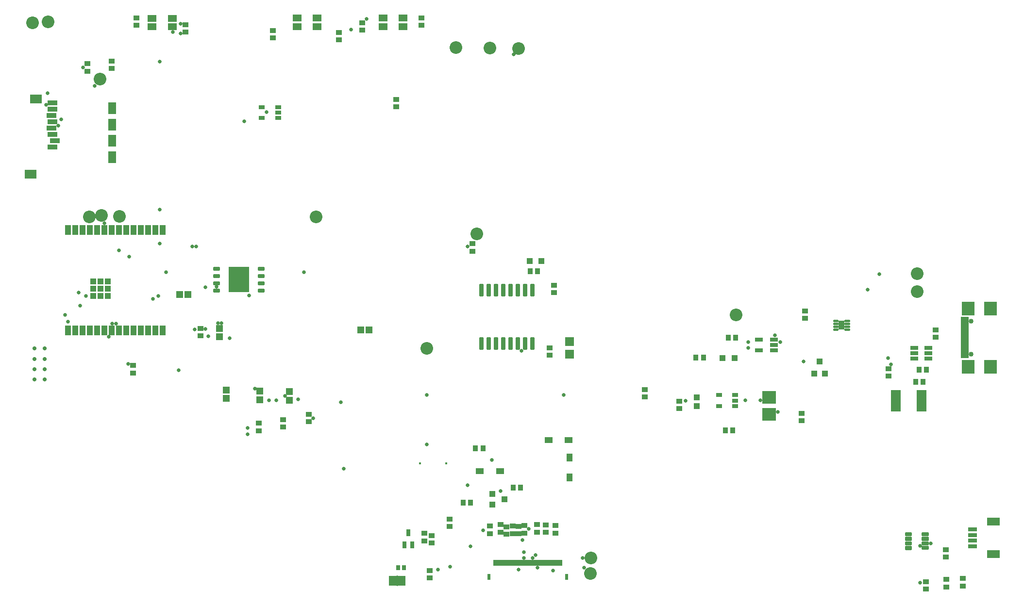
<source format=gbr>
G04 EAGLE Gerber RS-274X export*
G75*
%MOMM*%
%FSLAX34Y34*%
%LPD*%
%INSoldermask Top*%
%IPPOS*%
%AMOC8*
5,1,8,0,0,1.08239X$1,22.5*%
G01*
G04 Define Apertures*
%ADD10R,1.103200X0.903200*%
%ADD11R,2.403200X2.203200*%
%ADD12R,0.903200X1.103200*%
%ADD13R,1.603200X1.603200*%
%ADD14R,1.003200X1.003200*%
%ADD15R,1.353200X1.003200*%
%ADD16R,1.003200X1.103200*%
%ADD17R,1.403200X0.803200*%
%ADD18R,1.003200X1.353200*%
%ADD19R,1.173200X1.143200*%
%ADD20R,1.143200X1.173200*%
%ADD21R,1.103200X0.803200*%
%ADD22R,1.403200X2.003200*%
%ADD23R,2.103200X1.603200*%
%ADD24R,1.703200X0.903200*%
%ADD25R,2.203200X1.403200*%
%ADD26R,1.553200X0.803200*%
%ADD27R,0.503200X1.003200*%
%ADD28R,0.603200X1.003200*%
%ADD29R,1.353200X0.503200*%
%ADD30R,2.203200X2.383200*%
%ADD31C,0.853200*%
%ADD32R,0.330200X0.330200*%
%ADD33R,1.403200X0.753200*%
%ADD34R,1.103200X1.003200*%
%ADD35R,0.703200X1.253200*%
%ADD36R,1.703200X3.803200*%
%ADD37R,0.738300X0.847200*%
%ADD38R,1.371600X1.803400*%
%ADD39R,0.152400X1.828800*%
%ADD40C,2.203200*%
%ADD41R,1.603200X1.253200*%
%ADD42C,0.269722*%
%ADD43R,1.103200X1.503200*%
%ADD44C,0.315166*%
%ADD45R,3.603200X4.503200*%
%ADD46R,1.103200X1.703200*%
%ADD47C,0.330503*%
%ADD48C,0.349006*%
%ADD49C,0.705600*%
%ADD50C,0.655600*%
D10*
X1670406Y107087D03*
X1670406Y120087D03*
X956764Y202892D03*
X956764Y215892D03*
X772577Y196970D03*
X772577Y183970D03*
X934594Y201059D03*
X934594Y214059D03*
X924324Y200034D03*
X924324Y213034D03*
X914054Y200153D03*
X914054Y213153D03*
X903784Y199068D03*
X903784Y212068D03*
X893514Y202898D03*
X893514Y215898D03*
X874610Y200230D03*
X874610Y213230D03*
D11*
X1361767Y408088D03*
X1361767Y438088D03*
D12*
X1617079Y464898D03*
X1630079Y464898D03*
X1302931Y541922D03*
X1289931Y541922D03*
X1233861Y507010D03*
X1246861Y507010D03*
D10*
X1418092Y410292D03*
X1418092Y397292D03*
X1699019Y108861D03*
X1699019Y121861D03*
X1569514Y475111D03*
X1569514Y488111D03*
X496423Y1064985D03*
X496423Y1077985D03*
X755557Y1100367D03*
X755557Y1087367D03*
X344135Y1088180D03*
X344135Y1075180D03*
X651915Y1078751D03*
X651915Y1091751D03*
X1204703Y431075D03*
X1204703Y418075D03*
X979032Y524183D03*
X979032Y511183D03*
D12*
X849600Y349199D03*
X862600Y349199D03*
D13*
X1013684Y512958D03*
X1013684Y534958D03*
D10*
X972107Y202618D03*
X972107Y215618D03*
D12*
X828129Y254530D03*
X841129Y254530D03*
D10*
X989228Y201092D03*
X989228Y214092D03*
X172299Y1019979D03*
X172299Y1006979D03*
D14*
X1235624Y438009D03*
X1235624Y423009D03*
D15*
X892061Y309348D03*
X857061Y309348D03*
D16*
X964720Y675538D03*
X943720Y675538D03*
X1280269Y506574D03*
X1301269Y506574D03*
D17*
X1639462Y505658D03*
X1639462Y515158D03*
X1639462Y524658D03*
X1614462Y524658D03*
X1614462Y515158D03*
X1614462Y505658D03*
D18*
X1013830Y333183D03*
X1013830Y298183D03*
D15*
X976959Y363134D03*
X1011959Y363134D03*
D19*
X649030Y555215D03*
X664030Y555215D03*
X333292Y617163D03*
X348292Y617163D03*
D20*
X402683Y543396D03*
X402683Y558396D03*
X473183Y433812D03*
X473183Y448812D03*
X524679Y432883D03*
X524679Y447883D03*
X414660Y435892D03*
X414660Y450892D03*
D21*
X1301919Y422718D03*
X1301919Y432218D03*
X1301919Y441718D03*
X1273919Y441718D03*
X1273919Y422718D03*
X505034Y925533D03*
X505034Y935033D03*
X505034Y944533D03*
X477034Y944533D03*
X477034Y925533D03*
D22*
X215849Y857037D03*
X215849Y914037D03*
D23*
X73349Y827037D03*
X83349Y958537D03*
D24*
X111849Y875037D03*
X115849Y886037D03*
X111849Y897037D03*
X109849Y908037D03*
X111849Y919037D03*
X109849Y930037D03*
X111849Y941037D03*
X111849Y952037D03*
D22*
X215849Y885537D03*
X215849Y942537D03*
D25*
X1752719Y164724D03*
X1752719Y220724D03*
D26*
X1715969Y177724D03*
X1715969Y187724D03*
X1715969Y197724D03*
X1715969Y207724D03*
D27*
X998245Y149482D03*
X993245Y149482D03*
X988245Y149482D03*
X983245Y149482D03*
X978245Y149482D03*
X973245Y149482D03*
X968245Y149482D03*
X963245Y149482D03*
X958245Y149482D03*
X953245Y149482D03*
X948245Y149482D03*
X943245Y149482D03*
X938245Y149482D03*
X933245Y149482D03*
X928245Y149482D03*
X923245Y149482D03*
X918245Y149482D03*
X913245Y149482D03*
X908245Y149482D03*
X903245Y149482D03*
X898245Y149482D03*
X893245Y149482D03*
X888245Y149482D03*
X883245Y149482D03*
D28*
X1008245Y124482D03*
X873245Y124482D03*
D29*
X1702812Y508597D03*
X1702812Y516597D03*
X1702812Y529597D03*
X1702812Y539597D03*
X1702812Y544597D03*
X1702812Y554597D03*
X1702812Y567597D03*
X1702812Y575597D03*
X1702812Y572597D03*
X1702812Y564597D03*
X1702812Y559597D03*
X1702812Y549597D03*
X1702812Y534597D03*
X1702812Y524597D03*
X1702812Y519597D03*
X1702812Y511597D03*
D30*
X1747862Y490997D03*
X1747862Y593197D03*
X1708562Y490997D03*
X1708562Y593197D03*
D31*
X1713562Y513197D03*
X1713562Y570997D03*
D32*
X798168Y322574D03*
X752448Y322574D03*
D33*
X1369891Y519676D03*
X1369891Y529176D03*
X1369891Y538676D03*
X1343889Y538676D03*
X1343889Y519676D03*
D34*
X878771Y269672D03*
X878771Y250672D03*
X899771Y260172D03*
D35*
X725964Y180803D03*
X738964Y180803D03*
X732464Y201803D03*
D16*
X1440172Y479121D03*
X1459172Y479121D03*
X1449672Y500121D03*
D10*
X252314Y493603D03*
X252314Y480603D03*
X215259Y1011637D03*
X215259Y1024637D03*
X769522Y122495D03*
X769522Y135495D03*
X369764Y558151D03*
X369764Y545151D03*
X986394Y633706D03*
X986394Y620706D03*
D12*
X957971Y657902D03*
X944971Y657902D03*
D10*
X844479Y693039D03*
X844479Y706039D03*
D12*
X1622677Y485982D03*
X1635677Y485982D03*
D10*
X1651557Y542635D03*
X1651557Y555635D03*
D36*
X1627588Y432310D03*
X1582588Y432310D03*
D10*
X611114Y1074562D03*
X611114Y1061562D03*
D12*
X1284840Y380398D03*
X1297840Y380398D03*
D10*
X1424382Y588503D03*
X1424382Y575503D03*
D37*
X725045Y141020D03*
X714895Y141020D03*
D10*
X711200Y957860D03*
X711200Y944860D03*
X258356Y1100254D03*
X258356Y1087254D03*
X1144532Y451667D03*
X1144532Y438667D03*
X1669848Y159022D03*
X1669848Y172022D03*
X1634709Y103507D03*
X1634709Y116507D03*
X804467Y212555D03*
X804467Y225555D03*
X760277Y200503D03*
X760277Y187503D03*
X471364Y379673D03*
X471364Y392673D03*
X559148Y408440D03*
X559148Y395440D03*
X514017Y398896D03*
X514017Y385896D03*
D12*
X915247Y279994D03*
X928247Y279994D03*
D38*
X720297Y117713D03*
X705057Y117713D03*
D39*
X712677Y117713D03*
D40*
X176182Y752633D03*
X1619872Y622151D03*
X1050713Y157270D03*
X228784Y753301D03*
X924945Y1046320D03*
X1304077Y581880D03*
X851823Y723207D03*
X815083Y1047923D03*
X764683Y522994D03*
X197452Y755395D03*
X1619795Y653387D03*
X77424Y1091659D03*
X874902Y1047386D03*
X103836Y1092841D03*
X571598Y753199D03*
X194319Y992907D03*
X1049873Y130588D03*
D41*
X723214Y1099678D03*
X688214Y1099678D03*
X688214Y1084678D03*
X723214Y1084678D03*
X573198Y1099577D03*
X538198Y1099577D03*
X538198Y1084577D03*
X573198Y1084577D03*
X320563Y1099542D03*
X285563Y1099542D03*
X285563Y1084542D03*
X320563Y1084542D03*
D42*
X1474083Y570576D02*
X1481019Y570576D01*
X1474083Y570576D02*
X1474083Y572612D01*
X1481019Y572612D01*
X1481019Y570576D01*
X1481019Y565576D02*
X1474083Y565576D01*
X1474083Y567612D01*
X1481019Y567612D01*
X1481019Y565576D01*
X1481019Y560576D02*
X1474083Y560576D01*
X1474083Y562612D01*
X1481019Y562612D01*
X1481019Y560576D01*
X1481019Y555576D02*
X1474083Y555576D01*
X1474083Y557612D01*
X1481019Y557612D01*
X1481019Y555576D01*
X1493783Y555576D02*
X1500719Y555576D01*
X1493783Y555576D02*
X1493783Y557612D01*
X1500719Y557612D01*
X1500719Y555576D01*
X1500719Y560576D02*
X1493783Y560576D01*
X1493783Y562612D01*
X1500719Y562612D01*
X1500719Y560576D01*
X1500719Y565576D02*
X1493783Y565576D01*
X1493783Y567612D01*
X1500719Y567612D01*
X1500719Y565576D01*
X1500719Y570576D02*
X1493783Y570576D01*
X1493783Y572612D01*
X1500719Y572612D01*
X1500719Y570576D01*
D43*
X1487401Y564094D03*
D44*
X401862Y660930D02*
X393582Y660930D01*
X393582Y664210D01*
X401862Y664210D01*
X401862Y660930D01*
X401862Y663924D02*
X393582Y663924D01*
X393582Y648230D02*
X401862Y648230D01*
X393582Y648230D02*
X393582Y651510D01*
X401862Y651510D01*
X401862Y648230D01*
X401862Y651224D02*
X393582Y651224D01*
X393582Y635530D02*
X401862Y635530D01*
X393582Y635530D02*
X393582Y638810D01*
X401862Y638810D01*
X401862Y635530D01*
X401862Y638524D02*
X393582Y638524D01*
X393582Y622830D02*
X401862Y622830D01*
X393582Y622830D02*
X393582Y626110D01*
X401862Y626110D01*
X401862Y622830D01*
X401862Y625824D02*
X393582Y625824D01*
X471482Y622830D02*
X479762Y622830D01*
X471482Y622830D02*
X471482Y626110D01*
X479762Y626110D01*
X479762Y622830D01*
X479762Y625824D02*
X471482Y625824D01*
X471482Y635530D02*
X479762Y635530D01*
X471482Y635530D02*
X471482Y638810D01*
X479762Y638810D01*
X479762Y635530D01*
X479762Y638524D02*
X471482Y638524D01*
X471482Y648230D02*
X479762Y648230D01*
X471482Y648230D02*
X471482Y651510D01*
X479762Y651510D01*
X479762Y648230D01*
X479762Y651224D02*
X471482Y651224D01*
X471482Y660930D02*
X479762Y660930D01*
X471482Y660930D02*
X471482Y664210D01*
X479762Y664210D01*
X479762Y660930D01*
X479762Y663924D02*
X471482Y663924D01*
D45*
X436672Y643520D03*
D46*
X138422Y554986D03*
X151122Y554986D03*
X163822Y554986D03*
X176522Y554986D03*
X189222Y554986D03*
X201922Y554986D03*
X214622Y554986D03*
X227322Y554986D03*
X240022Y554986D03*
X252722Y554986D03*
X265422Y554986D03*
X278122Y554986D03*
X290822Y554986D03*
X303522Y554986D03*
X303522Y729986D03*
X290822Y729986D03*
X278122Y729986D03*
X265422Y729986D03*
X252722Y729986D03*
X240022Y729986D03*
X227322Y729986D03*
X214622Y729986D03*
X201922Y729986D03*
X189222Y729986D03*
X176522Y729986D03*
X163822Y729986D03*
X151122Y729986D03*
X138422Y729986D03*
D14*
X195622Y627436D03*
X183122Y614936D03*
X183122Y627436D03*
X183122Y639936D03*
X195622Y614936D03*
X195622Y639936D03*
X208122Y614936D03*
X208122Y627436D03*
X208122Y639936D03*
D47*
X1629309Y197307D02*
X1638197Y197307D01*
X1629309Y197307D02*
X1629309Y201035D01*
X1638197Y201035D01*
X1638197Y197307D01*
X1638197Y200447D02*
X1629309Y200447D01*
X1629309Y189307D02*
X1638197Y189307D01*
X1629309Y189307D02*
X1629309Y193035D01*
X1638197Y193035D01*
X1638197Y189307D01*
X1638197Y192447D02*
X1629309Y192447D01*
X1629309Y181307D02*
X1638197Y181307D01*
X1629309Y181307D02*
X1629309Y185035D01*
X1638197Y185035D01*
X1638197Y181307D01*
X1638197Y184447D02*
X1629309Y184447D01*
X1629309Y173307D02*
X1638197Y173307D01*
X1629309Y173307D02*
X1629309Y177035D01*
X1638197Y177035D01*
X1638197Y173307D01*
X1638197Y176447D02*
X1629309Y176447D01*
X1609037Y173107D02*
X1600149Y173107D01*
X1600149Y176835D01*
X1609037Y176835D01*
X1609037Y173107D01*
X1609037Y176247D02*
X1600149Y176247D01*
X1600149Y181307D02*
X1609037Y181307D01*
X1600149Y181307D02*
X1600149Y185035D01*
X1609037Y185035D01*
X1609037Y181307D01*
X1609037Y184447D02*
X1600149Y184447D01*
X1600149Y189307D02*
X1609037Y189307D01*
X1600149Y189307D02*
X1600149Y193035D01*
X1609037Y193035D01*
X1609037Y189307D01*
X1609037Y192447D02*
X1600149Y192447D01*
X1600149Y197307D02*
X1609037Y197307D01*
X1600149Y197307D02*
X1600149Y201035D01*
X1609037Y201035D01*
X1609037Y197307D01*
X1609037Y200447D02*
X1600149Y200447D01*
D48*
X946594Y615285D02*
X946594Y634327D01*
X951036Y634327D01*
X951036Y615285D01*
X946594Y615285D01*
X946594Y618600D02*
X951036Y618600D01*
X951036Y621915D02*
X946594Y621915D01*
X946594Y625230D02*
X951036Y625230D01*
X951036Y628545D02*
X946594Y628545D01*
X946594Y631860D02*
X951036Y631860D01*
X933894Y634327D02*
X933894Y615285D01*
X933894Y634327D02*
X938336Y634327D01*
X938336Y615285D01*
X933894Y615285D01*
X933894Y618600D02*
X938336Y618600D01*
X938336Y621915D02*
X933894Y621915D01*
X933894Y625230D02*
X938336Y625230D01*
X938336Y628545D02*
X933894Y628545D01*
X933894Y631860D02*
X938336Y631860D01*
X921194Y634327D02*
X921194Y615285D01*
X921194Y634327D02*
X925636Y634327D01*
X925636Y615285D01*
X921194Y615285D01*
X921194Y618600D02*
X925636Y618600D01*
X925636Y621915D02*
X921194Y621915D01*
X921194Y625230D02*
X925636Y625230D01*
X925636Y628545D02*
X921194Y628545D01*
X921194Y631860D02*
X925636Y631860D01*
X908494Y634327D02*
X908494Y615285D01*
X908494Y634327D02*
X912936Y634327D01*
X912936Y615285D01*
X908494Y615285D01*
X908494Y618600D02*
X912936Y618600D01*
X912936Y621915D02*
X908494Y621915D01*
X908494Y625230D02*
X912936Y625230D01*
X912936Y628545D02*
X908494Y628545D01*
X908494Y631860D02*
X912936Y631860D01*
X895794Y634327D02*
X895794Y615285D01*
X895794Y634327D02*
X900236Y634327D01*
X900236Y615285D01*
X895794Y615285D01*
X895794Y618600D02*
X900236Y618600D01*
X900236Y621915D02*
X895794Y621915D01*
X895794Y625230D02*
X900236Y625230D01*
X900236Y628545D02*
X895794Y628545D01*
X895794Y631860D02*
X900236Y631860D01*
X883094Y634327D02*
X883094Y615285D01*
X883094Y634327D02*
X887536Y634327D01*
X887536Y615285D01*
X883094Y615285D01*
X883094Y618600D02*
X887536Y618600D01*
X887536Y621915D02*
X883094Y621915D01*
X883094Y625230D02*
X887536Y625230D01*
X887536Y628545D02*
X883094Y628545D01*
X883094Y631860D02*
X887536Y631860D01*
X870394Y634327D02*
X870394Y615285D01*
X870394Y634327D02*
X874836Y634327D01*
X874836Y615285D01*
X870394Y615285D01*
X870394Y618600D02*
X874836Y618600D01*
X874836Y621915D02*
X870394Y621915D01*
X870394Y625230D02*
X874836Y625230D01*
X874836Y628545D02*
X870394Y628545D01*
X870394Y631860D02*
X874836Y631860D01*
X857694Y634327D02*
X857694Y615285D01*
X857694Y634327D02*
X862136Y634327D01*
X862136Y615285D01*
X857694Y615285D01*
X857694Y618600D02*
X862136Y618600D01*
X862136Y621915D02*
X857694Y621915D01*
X857694Y625230D02*
X862136Y625230D01*
X862136Y628545D02*
X857694Y628545D01*
X857694Y631860D02*
X862136Y631860D01*
X857694Y541227D02*
X857694Y522185D01*
X857694Y541227D02*
X862136Y541227D01*
X862136Y522185D01*
X857694Y522185D01*
X857694Y525500D02*
X862136Y525500D01*
X862136Y528815D02*
X857694Y528815D01*
X857694Y532130D02*
X862136Y532130D01*
X862136Y535445D02*
X857694Y535445D01*
X857694Y538760D02*
X862136Y538760D01*
X870394Y541227D02*
X870394Y522185D01*
X870394Y541227D02*
X874836Y541227D01*
X874836Y522185D01*
X870394Y522185D01*
X870394Y525500D02*
X874836Y525500D01*
X874836Y528815D02*
X870394Y528815D01*
X870394Y532130D02*
X874836Y532130D01*
X874836Y535445D02*
X870394Y535445D01*
X870394Y538760D02*
X874836Y538760D01*
X883094Y541227D02*
X883094Y522185D01*
X883094Y541227D02*
X887536Y541227D01*
X887536Y522185D01*
X883094Y522185D01*
X883094Y525500D02*
X887536Y525500D01*
X887536Y528815D02*
X883094Y528815D01*
X883094Y532130D02*
X887536Y532130D01*
X887536Y535445D02*
X883094Y535445D01*
X883094Y538760D02*
X887536Y538760D01*
X895794Y541227D02*
X895794Y522185D01*
X895794Y541227D02*
X900236Y541227D01*
X900236Y522185D01*
X895794Y522185D01*
X895794Y525500D02*
X900236Y525500D01*
X900236Y528815D02*
X895794Y528815D01*
X895794Y532130D02*
X900236Y532130D01*
X900236Y535445D02*
X895794Y535445D01*
X895794Y538760D02*
X900236Y538760D01*
X908494Y541227D02*
X908494Y522185D01*
X908494Y541227D02*
X912936Y541227D01*
X912936Y522185D01*
X908494Y522185D01*
X908494Y525500D02*
X912936Y525500D01*
X912936Y528815D02*
X908494Y528815D01*
X908494Y532130D02*
X912936Y532130D01*
X912936Y535445D02*
X908494Y535445D01*
X908494Y538760D02*
X912936Y538760D01*
X921194Y541227D02*
X921194Y522185D01*
X921194Y541227D02*
X925636Y541227D01*
X925636Y522185D01*
X921194Y522185D01*
X921194Y525500D02*
X925636Y525500D01*
X925636Y528815D02*
X921194Y528815D01*
X921194Y532130D02*
X925636Y532130D01*
X925636Y535445D02*
X921194Y535445D01*
X921194Y538760D02*
X925636Y538760D01*
X933894Y541227D02*
X933894Y522185D01*
X933894Y541227D02*
X938336Y541227D01*
X938336Y522185D01*
X933894Y522185D01*
X933894Y525500D02*
X938336Y525500D01*
X938336Y528815D02*
X933894Y528815D01*
X933894Y532130D02*
X938336Y532130D01*
X938336Y535445D02*
X933894Y535445D01*
X933894Y538760D02*
X938336Y538760D01*
X946594Y541227D02*
X946594Y522185D01*
X946594Y541227D02*
X951036Y541227D01*
X951036Y522185D01*
X946594Y522185D01*
X946594Y525500D02*
X951036Y525500D01*
X951036Y528815D02*
X946594Y528815D01*
X946594Y532130D02*
X951036Y532130D01*
X951036Y535445D02*
X946594Y535445D01*
X946594Y538760D02*
X951036Y538760D01*
D49*
X98572Y523049D03*
X80572Y523049D03*
X98572Y505049D03*
X80572Y505049D03*
X98572Y487049D03*
X80572Y487049D03*
X98572Y469049D03*
X80572Y469049D03*
D50*
X1319530Y433070D03*
X1346200Y433070D03*
X501650Y433070D03*
X488950Y433070D03*
X420370Y541020D03*
X138430Y570230D03*
X170180Y614680D03*
X335280Y1073150D03*
X321310Y1075690D03*
X295910Y614680D03*
X619760Y313690D03*
X157480Y621030D03*
X445770Y919480D03*
X614680Y429260D03*
X659130Y1098550D03*
X1215390Y431800D03*
X1371600Y546100D03*
X1421130Y500380D03*
X1553210Y652780D03*
X1573530Y495300D03*
X1643380Y182880D03*
X309880Y656590D03*
X549910Y656590D03*
X1532890Y626110D03*
X1568450Y506730D03*
X1624330Y179070D03*
X1624330Y114300D03*
X355600Y701040D03*
X929640Y519430D03*
X121920Y911860D03*
X165100Y1013460D03*
X840740Y177800D03*
X805180Y142240D03*
X397510Y631190D03*
X383540Y544830D03*
X452120Y384810D03*
X452120Y373380D03*
X133350Y581660D03*
X485140Y935990D03*
X298450Y1023620D03*
X378460Y629920D03*
X378460Y557530D03*
X102870Y969010D03*
X100330Y948690D03*
X245110Y683260D03*
X924560Y137160D03*
X783590Y137160D03*
X222250Y566420D03*
X287020Y609600D03*
X160020Y598170D03*
X127000Y923290D03*
X185420Y981710D03*
X933450Y157480D03*
X359410Y556260D03*
X454660Y615950D03*
X406400Y567690D03*
X209550Y543560D03*
X298450Y765810D03*
X915670Y1036320D03*
X877570Y328930D03*
X764540Y441960D03*
X764540Y355600D03*
X835660Y284480D03*
X930910Y189230D03*
X948690Y157480D03*
X1036320Y157480D03*
X243840Y496570D03*
X957580Y140970D03*
X1038860Y140970D03*
X215900Y566420D03*
X361950Y701040D03*
X835660Y701040D03*
X933450Y167640D03*
X566420Y401320D03*
X516890Y440690D03*
X331470Y485140D03*
X464820Y453390D03*
X1003300Y441960D03*
X539750Y434340D03*
X400050Y567690D03*
X632460Y1079500D03*
X335280Y1089660D03*
X201930Y741680D03*
X298450Y706120D03*
X1376680Y412750D03*
X953770Y162560D03*
X227330Y694690D03*
X1324610Y534670D03*
X1324610Y524510D03*
X1380490Y534670D03*
X892810Y274320D03*
X942340Y208280D03*
X984250Y135890D03*
X862330Y205740D03*
M02*

</source>
